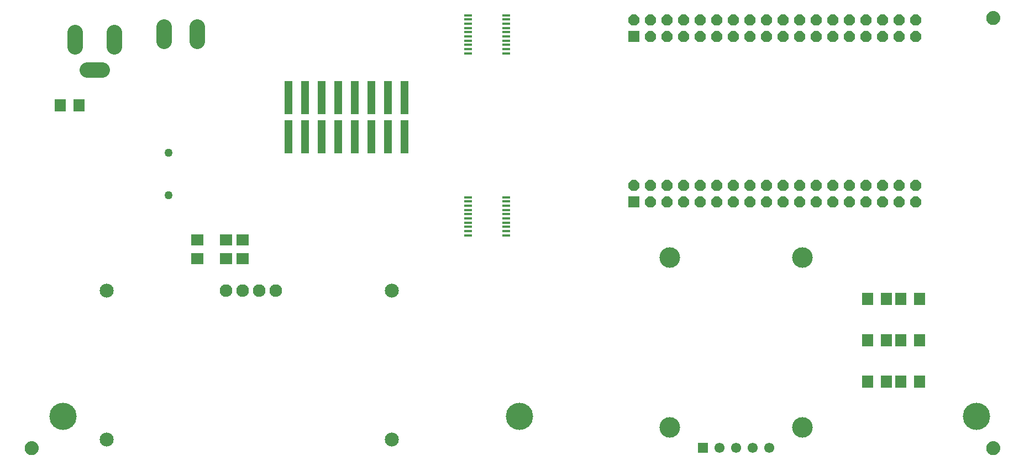
<source format=gbr>
G04 EAGLE Gerber RS-274X export*
G75*
%MOMM*%
%FSLAX34Y34*%
%LPD*%
%INSoldermask Top*%
%IPPOS*%
%AMOC8*
5,1,8,0,0,1.08239X$1,22.5*%
G01*
%ADD10C,2.152400*%
%ADD11C,1.930400*%
%ADD12C,1.272400*%
%ADD13C,2.392400*%
%ADD14C,0.914400*%
%ADD15R,1.143000X0.457200*%
%ADD16R,1.955400X1.752400*%
%ADD17R,1.752400X1.955400*%
%ADD18R,1.552400X1.552400*%
%ADD19C,1.552400*%
%ADD20C,3.152400*%
%ADD21C,0.609600*%
%ADD22C,1.168400*%
%ADD23C,4.168400*%
%ADD24R,1.172400X5.152400*%
%ADD25C,2.336800*%
%ADD26R,1.676400X1.676400*%
%ADD27P,1.814519X8X22.500000*%


D10*
X166360Y63500D03*
X603240Y63500D03*
X166360Y292100D03*
X603240Y292100D03*
D11*
X349240Y292100D03*
X374640Y292100D03*
X400040Y292100D03*
X425440Y292100D03*
D12*
X260600Y504000D03*
X260600Y439000D03*
D13*
X177800Y666400D02*
X177800Y688800D01*
X117800Y688800D02*
X117800Y666400D01*
X136600Y630600D02*
X159000Y630600D01*
D14*
X117800Y688014D03*
X117546Y667948D03*
X177744Y667948D03*
X177490Y688268D03*
X137104Y630864D03*
X157170Y630864D03*
D15*
X778478Y377150D03*
X778478Y383650D03*
X778478Y390150D03*
X778478Y396650D03*
X778478Y403150D03*
X778478Y409650D03*
X778478Y416150D03*
X778478Y422650D03*
X778478Y429150D03*
X778478Y435650D03*
X720122Y435650D03*
X720122Y429150D03*
X720122Y422650D03*
X720122Y416150D03*
X720122Y409650D03*
X720122Y403150D03*
X720122Y396650D03*
X720122Y390150D03*
X720122Y383650D03*
X720122Y377150D03*
X778478Y656550D03*
X778478Y663050D03*
X778478Y669550D03*
X778478Y676050D03*
X778478Y682550D03*
X778478Y689050D03*
X778478Y695550D03*
X778478Y702050D03*
X778478Y708550D03*
X778478Y715050D03*
X720122Y715050D03*
X720122Y708550D03*
X720122Y702050D03*
X720122Y695550D03*
X720122Y689050D03*
X720122Y682550D03*
X720122Y676050D03*
X720122Y669550D03*
X720122Y663050D03*
X720122Y656550D03*
D16*
X349250Y341380D03*
X349250Y369820D03*
X374650Y341380D03*
X374650Y369820D03*
D17*
X1360420Y152400D03*
X1331980Y152400D03*
X1360420Y279400D03*
X1331980Y279400D03*
X1360420Y215900D03*
X1331980Y215900D03*
X1411220Y279400D03*
X1382780Y279400D03*
X1411220Y215900D03*
X1382780Y215900D03*
X1411220Y152400D03*
X1382780Y152400D03*
D16*
X304800Y341380D03*
X304800Y369820D03*
D17*
X123720Y577100D03*
X95280Y577100D03*
D18*
X1079500Y50800D03*
D19*
X1104900Y50800D03*
X1130300Y50800D03*
X1155700Y50800D03*
D20*
X1028700Y82550D03*
X1231900Y82550D03*
X1231900Y342900D03*
X1028700Y342900D03*
D19*
X1181100Y50800D03*
D21*
X43180Y50800D02*
X43182Y50987D01*
X43189Y51174D01*
X43201Y51361D01*
X43217Y51547D01*
X43237Y51733D01*
X43262Y51918D01*
X43292Y52103D01*
X43326Y52287D01*
X43365Y52470D01*
X43408Y52652D01*
X43456Y52832D01*
X43508Y53012D01*
X43565Y53190D01*
X43625Y53367D01*
X43691Y53542D01*
X43760Y53716D01*
X43834Y53888D01*
X43912Y54058D01*
X43994Y54226D01*
X44080Y54392D01*
X44170Y54556D01*
X44264Y54717D01*
X44362Y54877D01*
X44464Y55033D01*
X44570Y55188D01*
X44680Y55339D01*
X44793Y55488D01*
X44910Y55634D01*
X45030Y55777D01*
X45154Y55917D01*
X45281Y56054D01*
X45412Y56188D01*
X45546Y56319D01*
X45683Y56446D01*
X45823Y56570D01*
X45966Y56690D01*
X46112Y56807D01*
X46261Y56920D01*
X46412Y57030D01*
X46567Y57136D01*
X46723Y57238D01*
X46883Y57336D01*
X47044Y57430D01*
X47208Y57520D01*
X47374Y57606D01*
X47542Y57688D01*
X47712Y57766D01*
X47884Y57840D01*
X48058Y57909D01*
X48233Y57975D01*
X48410Y58035D01*
X48588Y58092D01*
X48768Y58144D01*
X48948Y58192D01*
X49130Y58235D01*
X49313Y58274D01*
X49497Y58308D01*
X49682Y58338D01*
X49867Y58363D01*
X50053Y58383D01*
X50239Y58399D01*
X50426Y58411D01*
X50613Y58418D01*
X50800Y58420D01*
X50987Y58418D01*
X51174Y58411D01*
X51361Y58399D01*
X51547Y58383D01*
X51733Y58363D01*
X51918Y58338D01*
X52103Y58308D01*
X52287Y58274D01*
X52470Y58235D01*
X52652Y58192D01*
X52832Y58144D01*
X53012Y58092D01*
X53190Y58035D01*
X53367Y57975D01*
X53542Y57909D01*
X53716Y57840D01*
X53888Y57766D01*
X54058Y57688D01*
X54226Y57606D01*
X54392Y57520D01*
X54556Y57430D01*
X54717Y57336D01*
X54877Y57238D01*
X55033Y57136D01*
X55188Y57030D01*
X55339Y56920D01*
X55488Y56807D01*
X55634Y56690D01*
X55777Y56570D01*
X55917Y56446D01*
X56054Y56319D01*
X56188Y56188D01*
X56319Y56054D01*
X56446Y55917D01*
X56570Y55777D01*
X56690Y55634D01*
X56807Y55488D01*
X56920Y55339D01*
X57030Y55188D01*
X57136Y55033D01*
X57238Y54877D01*
X57336Y54717D01*
X57430Y54556D01*
X57520Y54392D01*
X57606Y54226D01*
X57688Y54058D01*
X57766Y53888D01*
X57840Y53716D01*
X57909Y53542D01*
X57975Y53367D01*
X58035Y53190D01*
X58092Y53012D01*
X58144Y52832D01*
X58192Y52652D01*
X58235Y52470D01*
X58274Y52287D01*
X58308Y52103D01*
X58338Y51918D01*
X58363Y51733D01*
X58383Y51547D01*
X58399Y51361D01*
X58411Y51174D01*
X58418Y50987D01*
X58420Y50800D01*
X58418Y50613D01*
X58411Y50426D01*
X58399Y50239D01*
X58383Y50053D01*
X58363Y49867D01*
X58338Y49682D01*
X58308Y49497D01*
X58274Y49313D01*
X58235Y49130D01*
X58192Y48948D01*
X58144Y48768D01*
X58092Y48588D01*
X58035Y48410D01*
X57975Y48233D01*
X57909Y48058D01*
X57840Y47884D01*
X57766Y47712D01*
X57688Y47542D01*
X57606Y47374D01*
X57520Y47208D01*
X57430Y47044D01*
X57336Y46883D01*
X57238Y46723D01*
X57136Y46567D01*
X57030Y46412D01*
X56920Y46261D01*
X56807Y46112D01*
X56690Y45966D01*
X56570Y45823D01*
X56446Y45683D01*
X56319Y45546D01*
X56188Y45412D01*
X56054Y45281D01*
X55917Y45154D01*
X55777Y45030D01*
X55634Y44910D01*
X55488Y44793D01*
X55339Y44680D01*
X55188Y44570D01*
X55033Y44464D01*
X54877Y44362D01*
X54717Y44264D01*
X54556Y44170D01*
X54392Y44080D01*
X54226Y43994D01*
X54058Y43912D01*
X53888Y43834D01*
X53716Y43760D01*
X53542Y43691D01*
X53367Y43625D01*
X53190Y43565D01*
X53012Y43508D01*
X52832Y43456D01*
X52652Y43408D01*
X52470Y43365D01*
X52287Y43326D01*
X52103Y43292D01*
X51918Y43262D01*
X51733Y43237D01*
X51547Y43217D01*
X51361Y43201D01*
X51174Y43189D01*
X50987Y43182D01*
X50800Y43180D01*
X50613Y43182D01*
X50426Y43189D01*
X50239Y43201D01*
X50053Y43217D01*
X49867Y43237D01*
X49682Y43262D01*
X49497Y43292D01*
X49313Y43326D01*
X49130Y43365D01*
X48948Y43408D01*
X48768Y43456D01*
X48588Y43508D01*
X48410Y43565D01*
X48233Y43625D01*
X48058Y43691D01*
X47884Y43760D01*
X47712Y43834D01*
X47542Y43912D01*
X47374Y43994D01*
X47208Y44080D01*
X47044Y44170D01*
X46883Y44264D01*
X46723Y44362D01*
X46567Y44464D01*
X46412Y44570D01*
X46261Y44680D01*
X46112Y44793D01*
X45966Y44910D01*
X45823Y45030D01*
X45683Y45154D01*
X45546Y45281D01*
X45412Y45412D01*
X45281Y45546D01*
X45154Y45683D01*
X45030Y45823D01*
X44910Y45966D01*
X44793Y46112D01*
X44680Y46261D01*
X44570Y46412D01*
X44464Y46567D01*
X44362Y46723D01*
X44264Y46883D01*
X44170Y47044D01*
X44080Y47208D01*
X43994Y47374D01*
X43912Y47542D01*
X43834Y47712D01*
X43760Y47884D01*
X43691Y48058D01*
X43625Y48233D01*
X43565Y48410D01*
X43508Y48588D01*
X43456Y48768D01*
X43408Y48948D01*
X43365Y49130D01*
X43326Y49313D01*
X43292Y49497D01*
X43262Y49682D01*
X43237Y49867D01*
X43217Y50053D01*
X43201Y50239D01*
X43189Y50426D01*
X43182Y50613D01*
X43180Y50800D01*
D22*
X50800Y50800D03*
D21*
X1516380Y50800D02*
X1516382Y50987D01*
X1516389Y51174D01*
X1516401Y51361D01*
X1516417Y51547D01*
X1516437Y51733D01*
X1516462Y51918D01*
X1516492Y52103D01*
X1516526Y52287D01*
X1516565Y52470D01*
X1516608Y52652D01*
X1516656Y52832D01*
X1516708Y53012D01*
X1516765Y53190D01*
X1516825Y53367D01*
X1516891Y53542D01*
X1516960Y53716D01*
X1517034Y53888D01*
X1517112Y54058D01*
X1517194Y54226D01*
X1517280Y54392D01*
X1517370Y54556D01*
X1517464Y54717D01*
X1517562Y54877D01*
X1517664Y55033D01*
X1517770Y55188D01*
X1517880Y55339D01*
X1517993Y55488D01*
X1518110Y55634D01*
X1518230Y55777D01*
X1518354Y55917D01*
X1518481Y56054D01*
X1518612Y56188D01*
X1518746Y56319D01*
X1518883Y56446D01*
X1519023Y56570D01*
X1519166Y56690D01*
X1519312Y56807D01*
X1519461Y56920D01*
X1519612Y57030D01*
X1519767Y57136D01*
X1519923Y57238D01*
X1520083Y57336D01*
X1520244Y57430D01*
X1520408Y57520D01*
X1520574Y57606D01*
X1520742Y57688D01*
X1520912Y57766D01*
X1521084Y57840D01*
X1521258Y57909D01*
X1521433Y57975D01*
X1521610Y58035D01*
X1521788Y58092D01*
X1521968Y58144D01*
X1522148Y58192D01*
X1522330Y58235D01*
X1522513Y58274D01*
X1522697Y58308D01*
X1522882Y58338D01*
X1523067Y58363D01*
X1523253Y58383D01*
X1523439Y58399D01*
X1523626Y58411D01*
X1523813Y58418D01*
X1524000Y58420D01*
X1524187Y58418D01*
X1524374Y58411D01*
X1524561Y58399D01*
X1524747Y58383D01*
X1524933Y58363D01*
X1525118Y58338D01*
X1525303Y58308D01*
X1525487Y58274D01*
X1525670Y58235D01*
X1525852Y58192D01*
X1526032Y58144D01*
X1526212Y58092D01*
X1526390Y58035D01*
X1526567Y57975D01*
X1526742Y57909D01*
X1526916Y57840D01*
X1527088Y57766D01*
X1527258Y57688D01*
X1527426Y57606D01*
X1527592Y57520D01*
X1527756Y57430D01*
X1527917Y57336D01*
X1528077Y57238D01*
X1528233Y57136D01*
X1528388Y57030D01*
X1528539Y56920D01*
X1528688Y56807D01*
X1528834Y56690D01*
X1528977Y56570D01*
X1529117Y56446D01*
X1529254Y56319D01*
X1529388Y56188D01*
X1529519Y56054D01*
X1529646Y55917D01*
X1529770Y55777D01*
X1529890Y55634D01*
X1530007Y55488D01*
X1530120Y55339D01*
X1530230Y55188D01*
X1530336Y55033D01*
X1530438Y54877D01*
X1530536Y54717D01*
X1530630Y54556D01*
X1530720Y54392D01*
X1530806Y54226D01*
X1530888Y54058D01*
X1530966Y53888D01*
X1531040Y53716D01*
X1531109Y53542D01*
X1531175Y53367D01*
X1531235Y53190D01*
X1531292Y53012D01*
X1531344Y52832D01*
X1531392Y52652D01*
X1531435Y52470D01*
X1531474Y52287D01*
X1531508Y52103D01*
X1531538Y51918D01*
X1531563Y51733D01*
X1531583Y51547D01*
X1531599Y51361D01*
X1531611Y51174D01*
X1531618Y50987D01*
X1531620Y50800D01*
X1531618Y50613D01*
X1531611Y50426D01*
X1531599Y50239D01*
X1531583Y50053D01*
X1531563Y49867D01*
X1531538Y49682D01*
X1531508Y49497D01*
X1531474Y49313D01*
X1531435Y49130D01*
X1531392Y48948D01*
X1531344Y48768D01*
X1531292Y48588D01*
X1531235Y48410D01*
X1531175Y48233D01*
X1531109Y48058D01*
X1531040Y47884D01*
X1530966Y47712D01*
X1530888Y47542D01*
X1530806Y47374D01*
X1530720Y47208D01*
X1530630Y47044D01*
X1530536Y46883D01*
X1530438Y46723D01*
X1530336Y46567D01*
X1530230Y46412D01*
X1530120Y46261D01*
X1530007Y46112D01*
X1529890Y45966D01*
X1529770Y45823D01*
X1529646Y45683D01*
X1529519Y45546D01*
X1529388Y45412D01*
X1529254Y45281D01*
X1529117Y45154D01*
X1528977Y45030D01*
X1528834Y44910D01*
X1528688Y44793D01*
X1528539Y44680D01*
X1528388Y44570D01*
X1528233Y44464D01*
X1528077Y44362D01*
X1527917Y44264D01*
X1527756Y44170D01*
X1527592Y44080D01*
X1527426Y43994D01*
X1527258Y43912D01*
X1527088Y43834D01*
X1526916Y43760D01*
X1526742Y43691D01*
X1526567Y43625D01*
X1526390Y43565D01*
X1526212Y43508D01*
X1526032Y43456D01*
X1525852Y43408D01*
X1525670Y43365D01*
X1525487Y43326D01*
X1525303Y43292D01*
X1525118Y43262D01*
X1524933Y43237D01*
X1524747Y43217D01*
X1524561Y43201D01*
X1524374Y43189D01*
X1524187Y43182D01*
X1524000Y43180D01*
X1523813Y43182D01*
X1523626Y43189D01*
X1523439Y43201D01*
X1523253Y43217D01*
X1523067Y43237D01*
X1522882Y43262D01*
X1522697Y43292D01*
X1522513Y43326D01*
X1522330Y43365D01*
X1522148Y43408D01*
X1521968Y43456D01*
X1521788Y43508D01*
X1521610Y43565D01*
X1521433Y43625D01*
X1521258Y43691D01*
X1521084Y43760D01*
X1520912Y43834D01*
X1520742Y43912D01*
X1520574Y43994D01*
X1520408Y44080D01*
X1520244Y44170D01*
X1520083Y44264D01*
X1519923Y44362D01*
X1519767Y44464D01*
X1519612Y44570D01*
X1519461Y44680D01*
X1519312Y44793D01*
X1519166Y44910D01*
X1519023Y45030D01*
X1518883Y45154D01*
X1518746Y45281D01*
X1518612Y45412D01*
X1518481Y45546D01*
X1518354Y45683D01*
X1518230Y45823D01*
X1518110Y45966D01*
X1517993Y46112D01*
X1517880Y46261D01*
X1517770Y46412D01*
X1517664Y46567D01*
X1517562Y46723D01*
X1517464Y46883D01*
X1517370Y47044D01*
X1517280Y47208D01*
X1517194Y47374D01*
X1517112Y47542D01*
X1517034Y47712D01*
X1516960Y47884D01*
X1516891Y48058D01*
X1516825Y48233D01*
X1516765Y48410D01*
X1516708Y48588D01*
X1516656Y48768D01*
X1516608Y48948D01*
X1516565Y49130D01*
X1516526Y49313D01*
X1516492Y49497D01*
X1516462Y49682D01*
X1516437Y49867D01*
X1516417Y50053D01*
X1516401Y50239D01*
X1516389Y50426D01*
X1516382Y50613D01*
X1516380Y50800D01*
D22*
X1524000Y50800D03*
D21*
X1516380Y711200D02*
X1516382Y711387D01*
X1516389Y711574D01*
X1516401Y711761D01*
X1516417Y711947D01*
X1516437Y712133D01*
X1516462Y712318D01*
X1516492Y712503D01*
X1516526Y712687D01*
X1516565Y712870D01*
X1516608Y713052D01*
X1516656Y713232D01*
X1516708Y713412D01*
X1516765Y713590D01*
X1516825Y713767D01*
X1516891Y713942D01*
X1516960Y714116D01*
X1517034Y714288D01*
X1517112Y714458D01*
X1517194Y714626D01*
X1517280Y714792D01*
X1517370Y714956D01*
X1517464Y715117D01*
X1517562Y715277D01*
X1517664Y715433D01*
X1517770Y715588D01*
X1517880Y715739D01*
X1517993Y715888D01*
X1518110Y716034D01*
X1518230Y716177D01*
X1518354Y716317D01*
X1518481Y716454D01*
X1518612Y716588D01*
X1518746Y716719D01*
X1518883Y716846D01*
X1519023Y716970D01*
X1519166Y717090D01*
X1519312Y717207D01*
X1519461Y717320D01*
X1519612Y717430D01*
X1519767Y717536D01*
X1519923Y717638D01*
X1520083Y717736D01*
X1520244Y717830D01*
X1520408Y717920D01*
X1520574Y718006D01*
X1520742Y718088D01*
X1520912Y718166D01*
X1521084Y718240D01*
X1521258Y718309D01*
X1521433Y718375D01*
X1521610Y718435D01*
X1521788Y718492D01*
X1521968Y718544D01*
X1522148Y718592D01*
X1522330Y718635D01*
X1522513Y718674D01*
X1522697Y718708D01*
X1522882Y718738D01*
X1523067Y718763D01*
X1523253Y718783D01*
X1523439Y718799D01*
X1523626Y718811D01*
X1523813Y718818D01*
X1524000Y718820D01*
X1524187Y718818D01*
X1524374Y718811D01*
X1524561Y718799D01*
X1524747Y718783D01*
X1524933Y718763D01*
X1525118Y718738D01*
X1525303Y718708D01*
X1525487Y718674D01*
X1525670Y718635D01*
X1525852Y718592D01*
X1526032Y718544D01*
X1526212Y718492D01*
X1526390Y718435D01*
X1526567Y718375D01*
X1526742Y718309D01*
X1526916Y718240D01*
X1527088Y718166D01*
X1527258Y718088D01*
X1527426Y718006D01*
X1527592Y717920D01*
X1527756Y717830D01*
X1527917Y717736D01*
X1528077Y717638D01*
X1528233Y717536D01*
X1528388Y717430D01*
X1528539Y717320D01*
X1528688Y717207D01*
X1528834Y717090D01*
X1528977Y716970D01*
X1529117Y716846D01*
X1529254Y716719D01*
X1529388Y716588D01*
X1529519Y716454D01*
X1529646Y716317D01*
X1529770Y716177D01*
X1529890Y716034D01*
X1530007Y715888D01*
X1530120Y715739D01*
X1530230Y715588D01*
X1530336Y715433D01*
X1530438Y715277D01*
X1530536Y715117D01*
X1530630Y714956D01*
X1530720Y714792D01*
X1530806Y714626D01*
X1530888Y714458D01*
X1530966Y714288D01*
X1531040Y714116D01*
X1531109Y713942D01*
X1531175Y713767D01*
X1531235Y713590D01*
X1531292Y713412D01*
X1531344Y713232D01*
X1531392Y713052D01*
X1531435Y712870D01*
X1531474Y712687D01*
X1531508Y712503D01*
X1531538Y712318D01*
X1531563Y712133D01*
X1531583Y711947D01*
X1531599Y711761D01*
X1531611Y711574D01*
X1531618Y711387D01*
X1531620Y711200D01*
X1531618Y711013D01*
X1531611Y710826D01*
X1531599Y710639D01*
X1531583Y710453D01*
X1531563Y710267D01*
X1531538Y710082D01*
X1531508Y709897D01*
X1531474Y709713D01*
X1531435Y709530D01*
X1531392Y709348D01*
X1531344Y709168D01*
X1531292Y708988D01*
X1531235Y708810D01*
X1531175Y708633D01*
X1531109Y708458D01*
X1531040Y708284D01*
X1530966Y708112D01*
X1530888Y707942D01*
X1530806Y707774D01*
X1530720Y707608D01*
X1530630Y707444D01*
X1530536Y707283D01*
X1530438Y707123D01*
X1530336Y706967D01*
X1530230Y706812D01*
X1530120Y706661D01*
X1530007Y706512D01*
X1529890Y706366D01*
X1529770Y706223D01*
X1529646Y706083D01*
X1529519Y705946D01*
X1529388Y705812D01*
X1529254Y705681D01*
X1529117Y705554D01*
X1528977Y705430D01*
X1528834Y705310D01*
X1528688Y705193D01*
X1528539Y705080D01*
X1528388Y704970D01*
X1528233Y704864D01*
X1528077Y704762D01*
X1527917Y704664D01*
X1527756Y704570D01*
X1527592Y704480D01*
X1527426Y704394D01*
X1527258Y704312D01*
X1527088Y704234D01*
X1526916Y704160D01*
X1526742Y704091D01*
X1526567Y704025D01*
X1526390Y703965D01*
X1526212Y703908D01*
X1526032Y703856D01*
X1525852Y703808D01*
X1525670Y703765D01*
X1525487Y703726D01*
X1525303Y703692D01*
X1525118Y703662D01*
X1524933Y703637D01*
X1524747Y703617D01*
X1524561Y703601D01*
X1524374Y703589D01*
X1524187Y703582D01*
X1524000Y703580D01*
X1523813Y703582D01*
X1523626Y703589D01*
X1523439Y703601D01*
X1523253Y703617D01*
X1523067Y703637D01*
X1522882Y703662D01*
X1522697Y703692D01*
X1522513Y703726D01*
X1522330Y703765D01*
X1522148Y703808D01*
X1521968Y703856D01*
X1521788Y703908D01*
X1521610Y703965D01*
X1521433Y704025D01*
X1521258Y704091D01*
X1521084Y704160D01*
X1520912Y704234D01*
X1520742Y704312D01*
X1520574Y704394D01*
X1520408Y704480D01*
X1520244Y704570D01*
X1520083Y704664D01*
X1519923Y704762D01*
X1519767Y704864D01*
X1519612Y704970D01*
X1519461Y705080D01*
X1519312Y705193D01*
X1519166Y705310D01*
X1519023Y705430D01*
X1518883Y705554D01*
X1518746Y705681D01*
X1518612Y705812D01*
X1518481Y705946D01*
X1518354Y706083D01*
X1518230Y706223D01*
X1518110Y706366D01*
X1517993Y706512D01*
X1517880Y706661D01*
X1517770Y706812D01*
X1517664Y706967D01*
X1517562Y707123D01*
X1517464Y707283D01*
X1517370Y707444D01*
X1517280Y707608D01*
X1517194Y707774D01*
X1517112Y707942D01*
X1517034Y708112D01*
X1516960Y708284D01*
X1516891Y708458D01*
X1516825Y708633D01*
X1516765Y708810D01*
X1516708Y708988D01*
X1516656Y709168D01*
X1516608Y709348D01*
X1516565Y709530D01*
X1516526Y709713D01*
X1516492Y709897D01*
X1516462Y710082D01*
X1516437Y710267D01*
X1516417Y710453D01*
X1516401Y710639D01*
X1516389Y710826D01*
X1516382Y711013D01*
X1516380Y711200D01*
D22*
X1524000Y711200D03*
D23*
X1499000Y99000D03*
X99000Y99000D03*
X799000Y99000D03*
D24*
X444500Y528800D03*
X444500Y588800D03*
X469900Y528800D03*
X469900Y588800D03*
X495300Y528800D03*
X495300Y588800D03*
X520700Y528800D03*
X520700Y588800D03*
X546100Y528800D03*
X546100Y588800D03*
X571500Y528800D03*
X571500Y588800D03*
X596900Y528800D03*
X596900Y588800D03*
X622300Y528800D03*
X622300Y588800D03*
D25*
X254000Y674878D02*
X254000Y696722D01*
X304800Y696722D02*
X304800Y674878D01*
D26*
X973500Y429000D03*
D27*
X973500Y454400D03*
X998900Y429000D03*
X998900Y454400D03*
X1024300Y429000D03*
X1024300Y454400D03*
X1049700Y429000D03*
X1049700Y454400D03*
X1075100Y429000D03*
X1075100Y454400D03*
X1100500Y429000D03*
X1100500Y454400D03*
X1125900Y429000D03*
X1125900Y454400D03*
X1151300Y429000D03*
X1151300Y454400D03*
X1176700Y429000D03*
X1176700Y454400D03*
X1202100Y429000D03*
X1202100Y454400D03*
X1227500Y429000D03*
X1227500Y454400D03*
X1252900Y429000D03*
X1252900Y454400D03*
X1278300Y429000D03*
X1278300Y454400D03*
X1303700Y429000D03*
X1303700Y454400D03*
X1329100Y429000D03*
X1329100Y454400D03*
X1354500Y429000D03*
X1354500Y454400D03*
X1379900Y429000D03*
X1379900Y454400D03*
X1405300Y429000D03*
X1405300Y454400D03*
D26*
X973500Y683000D03*
D27*
X973500Y708400D03*
X998900Y683000D03*
X998900Y708400D03*
X1024300Y683000D03*
X1024300Y708400D03*
X1049700Y683000D03*
X1049700Y708400D03*
X1075100Y683000D03*
X1075100Y708400D03*
X1100500Y683000D03*
X1100500Y708400D03*
X1125900Y683000D03*
X1125900Y708400D03*
X1151300Y683000D03*
X1151300Y708400D03*
X1176700Y683000D03*
X1176700Y708400D03*
X1202100Y683000D03*
X1202100Y708400D03*
X1227500Y683000D03*
X1227500Y708400D03*
X1252900Y683000D03*
X1252900Y708400D03*
X1278300Y683000D03*
X1278300Y708400D03*
X1303700Y683000D03*
X1303700Y708400D03*
X1329100Y683000D03*
X1329100Y708400D03*
X1354500Y683000D03*
X1354500Y708400D03*
X1379900Y683000D03*
X1379900Y708400D03*
X1405300Y683000D03*
X1405300Y708400D03*
M02*

</source>
